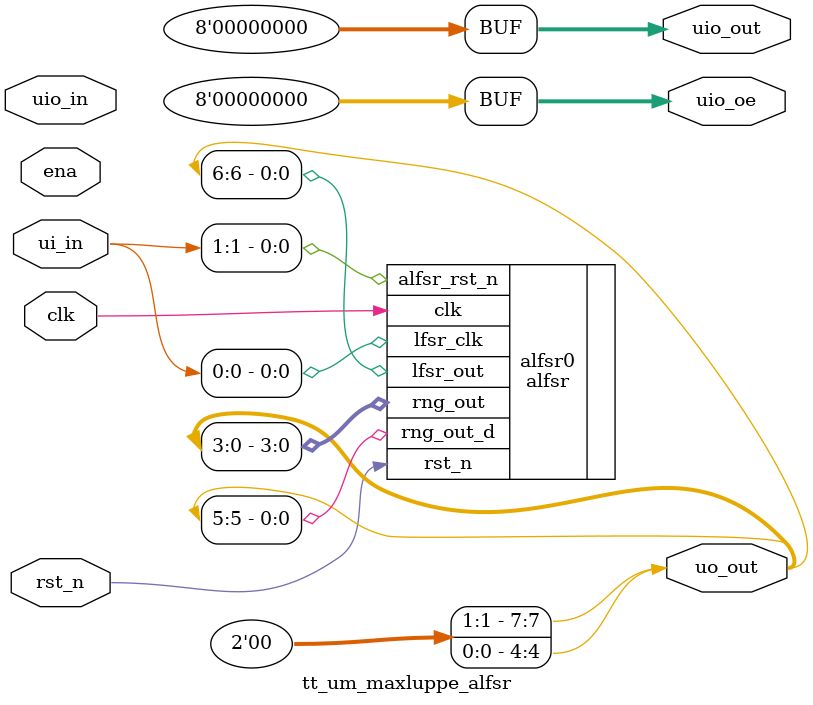
<source format=v>

/*
 * Copyright (c) 2024 Your Name
 * SPDX-License-Identifier: Apache-2.0
 */

`default_nettype none

module tt_um_maxluppe_alfsr (
    input  wire [7:0] ui_in,    // Dedicated inputs
    output wire [7:0] uo_out,   // Dedicated outputs
    input  wire [7:0] uio_in,   // IOs: Input path
    output wire [7:0] uio_out,  // IOs: Output path
    output wire [7:0] uio_oe,   // IOs: Enable path (active high: 0=input, 1=output)
    input  wire       ena,      // will go high when the design is enabled
    input  wire       clk,      // clock
    input  wire       rst_n     // reset_n - low to reset
);

    // All output pins must be assigned. If not used, assign to 0.
    assign uio_out = 0;
    assign uio_oe  = 0;

    alfsr alfsr0 (.clk(clk),				//Digitalization clock
                  .rst_n(rst_n),			//LFSR Configurator reset
                  .lfsr_clk(ui_in[0]),		//LFSR Configurator clock
                  .alfsr_rst_n(ui_in[1]),	//ALFSR reset
                  .lfsr_out(uo_out[6]),		//LFSR Configuratior output
                  .rng_out_d(uo_out[5]),	//ALFSR 'digitalized' output
                  .rng_out(uo_out[3:0])	//ALFSR 'analog' outputs
    );

    assign uo_out[4] = 0;
    assign uo_out[7] = 0;

endmodule

</source>
